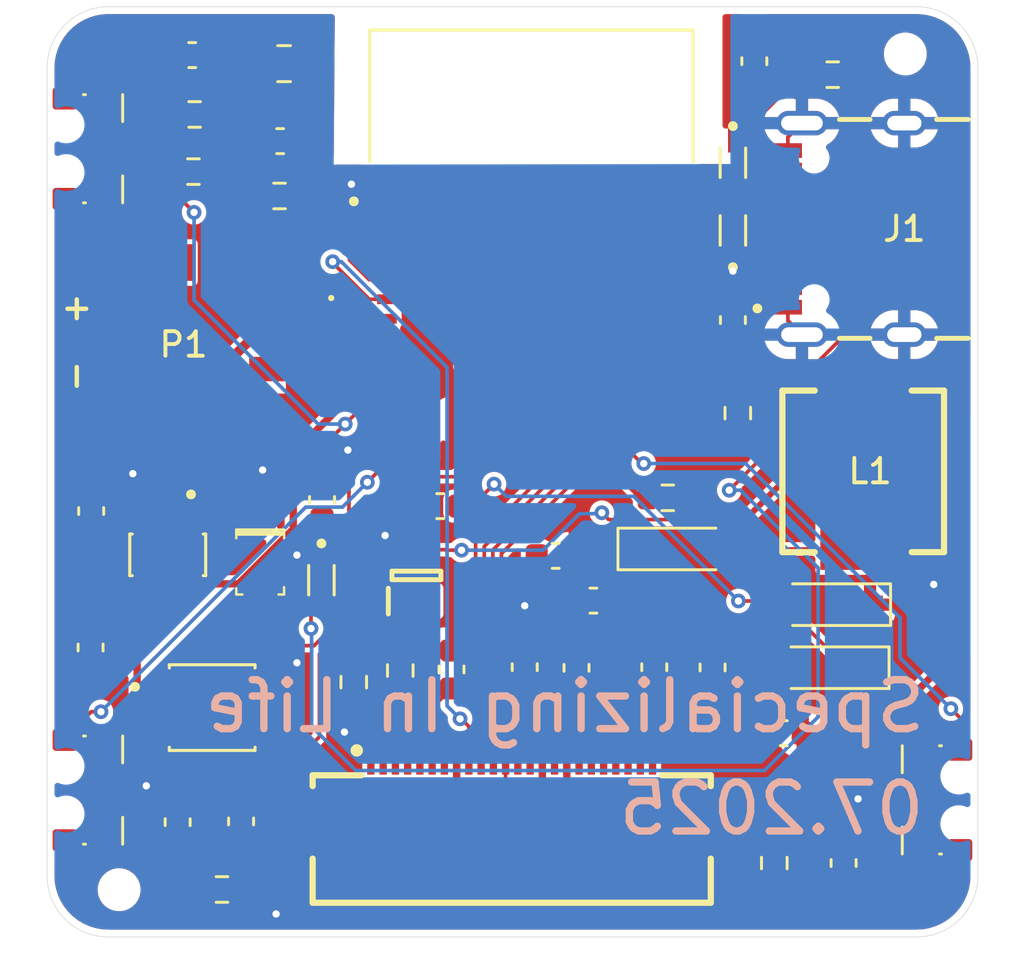
<source format=kicad_pcb>
(kicad_pcb (version 20241229) (generator "pcbnew") (generator_version "9.0")
  (layers (0 "F.Cu" signal) (2 "B.Cu" signal) (13 "F.Paste" user) (15 "B.Paste" user) (5 "F.SilkS" user "F.Silkscreen") (7 "B.SilkS" user "B.Silkscreen") (1 "F.Mask" user) (3 "B.Mask" user) (25 "Edge.Cuts" user))
  (net 0 "")
  (net 1 "GND")
  (net 2 "CHIP_PU")
  (net 3 "D-")
  (net 4 "D+")
  (net 5 "VCC_3V7")
  (net 6 "ESP_3V3")
  (net 7 "GPIO9")
  (net 8 "GPIO1")
  (net 9 "Net-(C12-Pad2)")
  (net 10 "Net-(C14-Pad2)")
  (net 11 "Net-(C15-Pad2)")
  (net 12 "Net-(C16-Pad2)")
  (net 13 "Net-(C17-Pad2)")
  (net 14 "PREVGL")
  (net 15 "Net-(C20-Pad2)")
  (net 16 "Net-(C20-Pad1)")
  (net 17 "PREVGH")
  (net 18 "Net-(D1-PadA)")
  (net 19 "RGB")
  (net 22 "Net-(J1-CC2)")
  (net 24 "Net-(J1-CC1)")
  (net 25 "GDR")
  (net 26 "SDI")
  (net 27 "BUSY")
  (net 28 "RES")
  (net 29 "CS")
  (net 30 "D{slash}C")
  (net 31 "SCLK")
  (net 32 "RESE")
  (net 33 "Net-(U1-IO2)")
  (net 34 "Net-(U1-IO8)")
  (footprint "Resistor_SMD:R_0603_1608Metric" (layer "F.Cu") (at 117.14 98.06)
    (property "Reference" "R7" (hide yes))
    (property "Value" "1k")
  )
  (footprint "Capacitor_SMD:C_0603_1608Metric" (layer "F.Cu") (at 130.765 84.43 180)
    (property "Reference" "C14" (hide yes))
    (property "Value" "1uF/25V")
  )
  (footprint "LESD5D5.0CT1G:TVS_LESD5D5.0CT1G" (layer "F.Cu") (at 138 71.14 90)
    (property "Reference" "D3" (hide yes))
    (property "Value" "LESD5D5.0CT1G")
  )
  (footprint "Capacitor_SMD:C_0603_1608Metric" (layer "F.Cu") (at 115.925 63.975)
    (property "Reference" "C1" (hide yes))
    (property "Value" "1uF/16V")
  )
  (footprint "Resistor_SMD:R_0603_1608Metric" (layer "F.Cu") (at 122.52 89.59 90)
    (property "Reference" "R10" (hide yes))
    (property "Value" "1M")
  )
  (footprint "Capacitor_SMD:C_0603_1608Metric" (layer "F.Cu") (at 134.79 88.98 -90)
    (property "Reference" "C16" (hide yes))
    (property "Value" "1uF/25V")
  )
  (footprint "AP2112K-3.3TRG1:SOT95P285X140-5N" (layer "F.Cu") (at 114.925 84.39 -90)
    (property "Reference" "U3" (hide yes))
    (property "Value" "AP2112K-3.3TRG1")
  )
  (footprint "Capacitor_SMD:C_0603_1608Metric" (layer "F.Cu") (at 111.8 82.6 90)
    (property "Reference" "C6" (hide yes))
    (property "Value" "1uF")
  )
  (footprint "Capacitor_SMD:C_0603_1608Metric" (layer "F.Cu") (at 140.075 91.675 180)
    (property "Reference" "C17" (hide yes))
    (property "Value" "1uF/25V")
  )
  (footprint "Resistor_SMD:R_0603_1608Metric" (layer "F.Cu") (at 142.075 64.775)
    (property "Reference" "R2" (hide yes))
    (property "Value" "5.1K")
  )
  (footprint "ESP32-C3-MINI-1-N4:XCVR_ESP32-C3-MINI-1-N4" (layer "F.Cu") (at 129.775 71.25)
    (property "Reference" "U1" (hide yes))
    (property "Value" "ESP32-C3-MINI-1-N4")
  )
  (footprint "Library:Tooling Hole" (layer "F.Cu") (at 112.94 98.07)
    (property "Reference" "REF**" (hide yes))
    (property "Value" "Tooling Hole")
  )
  (footprint "MBR0530:SOD123" (layer "F.Cu") (at 141.775 89 180)
    (property "Reference" "D8" (hide yes))
    (property "Value" "MBR0530")
  )
  (footprint "Resistor_SMD:R_0603_1608Metric" (layer "F.Cu") (at 138.2 78.6 -90)
    (property "Reference" "R3" (hide yes))
    (property "Value" "5.1K")
  )
  (footprint "Capacitor_SMD:C_0805_2012Metric" (layer "F.Cu") (at 119.675 64.325 180)
    (property "Reference" "C23" (hide yes))
    (property "Value" "10uF/25V")
  )
  (footprint "Capacitor_SMD:C_0603_1608Metric" (layer "F.Cu") (at 129.5 88.98 -90)
    (property "Reference" "C13" (hide yes))
    (property "Value" "1uF/25V")
  )
  (footprint "Library:Tooling Hole" (layer "F.Cu") (at 145.04 63.93)
    (property "Reference" "REF**" (hide yes))
    (property "Value" "Tooling Hole")
  )
  (footprint "Capacitor_SMD:C_0603_1608Metric" (layer "F.Cu") (at 137.17 88.99 -90)
    (property "Reference" "C18" (hide yes))
    (property "Value" "1uF/25V")
  )
  (footprint "Capacitor_SMD:C_0603_1608Metric" (layer "F.Cu") (at 138 74.8 90)
    (property "Reference" "C4" (hide yes))
    (property "Value" "22pF")
  )
  (footprint "SK6812MINI-012:LED_SK6812MINI-012" (layer "F.Cu") (at 116.74 90.63)
    (property "Reference" "D6" (hide yes))
    (property "Value" "SK6812MINI-012")
  )
  (footprint "Button_Switch_SMD:SW_SPST_CK_KMS2xxGP" (layer "F.Cu") (at 146.475 94.4 90)
    (property "Reference" "SW2" (hide yes))
    (property "Value" "CK_KMS2xxG")
  )
  (footprint "MBR0530:SOD123" (layer "F.Cu") (at 141.8374 86.425 180)
    (property "Reference" "D7" (hide yes))
    (property "Value" "MBR0530")
  )
  (footprint "Capacitor_SMD:C_0603_1608Metric" (layer "F.Cu") (at 126.05 82.4 180)
    (property "Reference" "C20" (hide yes))
    (property "Value" "4.7uF/25V")
  )
  (footprint "Capacitor_SMD:C_0603_1608Metric" (layer "F.Cu") (at 138.875 64.225 90)
    (property "Reference" "C5" (hide yes))
    (property "Value" "22pF")
  )
  (footprint "USB4105-GF-A:GCT_USB4105-GF-A" (layer "F.Cu") (at 145 71.075 90)
    (property "Reference" "J1")
    (property "Value" "USB4105-GF-A")
  )
  (footprint "Resistor_SMD:R_0603_1608Metric" (layer "F.Cu") (at 139.69 96.98 -90)
    (property "Reference" "R5" (hide yes))
    (property "Value" "10k")
  )
  (footprint "Capacitor_SMD:C_0603_1608Metric" (layer "F.Cu") (at 126.51 89.075 -90)
    (property "Reference" "C12" (hide yes))
    (property "Value" "1uF/25V")
  )
  (footprint "S2B-PH-SM4-TB:JST_S2B-PH-SM4-TB" (layer "F.Cu") (at 120 75.8 90)
    (property "Reference" "P1")
    (property "Value" "S2B-PH-SM4-TB")
  )
  (footprint "Libraries:FPC-SMD_24P-P0.50_FPC-05F-24PH20" (layer "F.Cu") (at 128.97 94.03)
    (property "Reference" "FPC1" (hide yes))
    (property "Value" "~")
  )
  (footprint "Capacitor_SMD:C_0603_1608Metric" (layer "F.Cu") (at 142.52 96.98 90)
    (property "Reference" "C8" (hide yes))
    (property "Value" "0.1uF")
  )
  (footprint "Resistor_SMD:R_0603_1608Metric" (layer "F.Cu") (at 115.975 68.735 180)
    (property "Reference" "R6" (hide yes))
    (property "Value" "10k")
  )
  (footprint "Capacitor_SMD:C_0603_1608Metric" (layer "F.Cu") (at 117.92 95.28 90)
    (property "Reference" "C19" (hide yes))
    (property "Value" "4.7uF/25V")
  )
  (footprint "Libraries:IND-SMD_L7.2-W6.6_GPSR07X0" (layer "F.Cu") (at 143.32 80.98 -90)
    (property "Reference" "L1")
    (property "Value" "47uH 500mA")
  )
  (footprint "Capacitor_SMD:C_0603_1608Metric" (layer "F.Cu") (at 132.305 86.26 180)
    (property "Reference" "C21" (hide yes))
    (property "Value" "1uF/25V")
  )
  (footprint "Resistor_SMD:R_0603_1608Metric" (layer "F.Cu") (at 116.025 66.4 180)
    (property "Reference" "R1" (hide yes))
    (property "Value" "10k")
  )
  (footprint "LESD5D5.0CT1G:TVS_LESD5D5.0CT1G" (layer "F.Cu") (at 138 68.375 -90)
    (property "Reference" "D4" (hide yes))
    (property "Value" "LESD5D5.0CT1G" (hide yes))
  )
  (footprint "MBR0530:SOD123" (layer "F.Cu") (at 135.906975 84.15)
    (property "Reference" "D9" (hide yes))
    (property "Value" "MBR0530")
  )
  (footprint "Capacitor_SMD:C_0603_1608Metric" (layer "F.Cu") (at 111.775 88.175 90)
    (property "Reference" "C7" (hide yes))
    (property "Value" "1uF")
  )
  (footprint "Button_Switch_SMD:SW_SPST_CK_KMS2xxGP" (layer "F.Cu") (at 111.525 67.8 -90)
    (property "Reference" "SW1" (hide yes))
    (property "Value" "CK_KMS2xxG")
  )
  (footprint "SI1308EDL-T1-GE3:SOT65P210X110-3N" (layer "F.Cu") (at 125.08 85.23 90)
    (property "Reference" "Q1" (hide yes))
    (property "Value" "SI1308EDL-T1-GE3")
  )
  (footprint "Capacitor_SMD:C_0603_1608Metric" (layer "F.Cu") (at 131.615 89.005 -90)
    (property "Reference" "C15" (hide yes))
    (property "Value" "1uF/25V")
  )
  (footprint "Capacitor_SMD:C_0603_1608Metric" (layer "F.Cu") (at 119.515 67.49 180)
    (property "Reference" "C22" (hide yes))
    (property "Value" "0.1uF/50V")
  )
  (footprint "Capacitor_SMD:C_0603_1608Metric" (layer "F.Cu") (at 121.225 82.15 -90)
    (property "Reference" "C9" (hide yes))
    (property "Value" "0.1uF")
  )
  (footprint "Resistor_SMD:R_0603_1608Metric" (layer "F.Cu") (at 119.49 69.73 180)
    (property "Reference" "R11" (hide yes))
    (property "Value" "10k")
  )
  (footprint "Capacitor_SMD:C_0603_1608Metric" (layer "F.Cu") (at 115.33 95.31 -90)
    (property "Reference" "C11" (hide yes))
    (property "Value" "0.1uF")
  )
  (footprint "Button_Switch_SMD:SW_SPST_CK_KMS2xxGP" (layer "F.Cu") (at 111.525 94 -90)
    (property "Reference" "SW3" (hide yes))
    (property "Value" "CK_KMS2xxG")
  )
  (footprint "digikey-footprints:SOD-123" (layer "F.Cu") (at 118.7 84.685 -90)
    (property "Reference" "D1" (hide yes))
    (property "Value" "1N5819HW-7-F")
  )
  (footprint "Resistor_SMD:R_0603_1608Metric" (layer "F.Cu") (at 124.42 89.115 90)
    (property "Reference" "R9" (hide yes))
    (property "Value" "1.96")
  )
  (footprint "Resistor_SMD:R_0603_1608Metric" (layer "F.Cu") (at 135.34 82.06 180)
    (property "Reference" "R12" (hide yes))
    (property "Value" "10k")
  )
  (footprint "LESD5D5.0CT1G:TVS_LESD5D5.0CT1G" (layer "F.Cu") (at 121.2 85.425 -90)
    (property "Reference" "D2" (hide yes))
    (property "Value" "LESD5D5.0CT1G")
  )
  (gr_line (start 110 97.5) (end 110 64.5) (stroke (width 0.0254)) (layer "Edge.Cuts"))
  (gr_line (start 112.5 62) (end 145.5 62) (stroke (width 0.0254)) (layer "Edge.Cuts"))
  (gr_line (start 145.5 100) (end 112.5 100) (stroke (width 0.0254)) (layer "Edge.Cuts"))
  (gr_arc (start 148 97.5) (mid 147.267767 99.267767) (end 145.5 100) (stroke (width 0.0254)) (layer "Edge.Cuts"))
  (gr_arc (start 145.5 62) (mid 147.267767 62.732233) (end 148 64.5) (stroke (width 0.0254)) (layer "Edge.Cuts"))
  (gr_line (start 148 64.5) (end 148 97.5) (stroke (width 0.0254)) (layer "Edge.Cuts"))
  (gr_arc (start 112.5 100) (mid 110.732233 99.267767) (end 110 97.5) (stroke (width 0.0254)) (layer "Edge.Cuts"))
  (gr_arc (start 110 64.5) (mid 110.732233 62.732233) (end 112.5 62) (stroke (width 0.0254)) (layer "Edge.Cuts"))
  (gr_text "+  -\n" (at 110.7 73.6 270) (layer "F.SilkS") (effects (font (size 1 1) (thickness 0.18) (bold yes)) (justify left bottom)))
  (gr_text "Specializing In Life" (at 146 91.75 0) (layer "B.SilkS") (effects (font (size 2 2) (thickness 0.3)) (justify left bottom mirror)))
  (gr_text "07.2025" (at 145.97 95.93 0) (layer "B.SilkS") (effects (font (size 2 2) (thickness 0.3)) (justify left bottom mirror)))
  (segment (start 140.245 74.82) (end 140.82 75.395) (width 0.15) (layer "F.Cu") (net 1))
  (segment (start 140.245 67.33) (end 140.82 66.755) (width 0.15) (layer "F.Cu") (net 1))
  (segment (start 140.245 67.875) (end 140.245 67.33) (width 0.15) (layer "F.Cu") (net 1))
  (segment (start 140.245 74.275) (end 140.245 74.82) (width 0.15) (layer "F.Cu") (net 1))
  (via (at 120.2 88.8) (size 0.6) (drill 0.3) (layers "F.Cu" "B.Cu") (net 1))
  (via (at 138 72.8) (size 0.6) (drill 0.3) (layers "F.Cu" "B.Cu") (net 1))
  (via (at 146.2 85.6) (size 0.6) (drill 0.3) (layers "F.Cu" "B.Cu") (net 1))
  (via (at 122.28 80.11) (size 0.6) (drill 0.3) (layers "F.Cu" "B.Cu") (net 1))
  (via (at 122.425 69.25) (size 0.6) (drill 0.3) (layers "F.Cu" "B.Cu") (net 1))
  (via (at 143.11 94.36) (size 0.6) (drill 0.3) (layers "F.Cu" "B.Cu") (net 1))
  (via (at 129.5 86.47) (size 0.6) (drill 0.3) (layers "F.Cu" "B.Cu") (net 1))
  (via (at 113.5 81.075) (size 0.6) (drill 0.3) (layers "F.Cu" "B.Cu") (net 1))
  (via (at 119.35 99.06) (size 0.6) (drill 0.3) (layers "F.Cu" "B.Cu") (net 1))
  (via (at 122.14 91.63) (size 0.6) (drill 0.3) (layers "F.Cu" "B.Cu") (net 1))
  (via (at 118.8 80.925) (size 0.6) (drill 0.3) (layers "F.Cu" "B.Cu") (net 1))
  (via (at 120.2 84.4) (size 0.6) (drill 0.3) (layers "F.Cu" "B.Cu") (net 1))
  (via (at 123.8 83.6) (size 0.6) (drill 0.3) (layers "F.Cu" "B.Cu") (net 1))
  (via (at 114.05 93.825) (size 0.6) (drill 0.3) (layers "F.Cu" "B.Cu") (net 1))
  (segment (start 112.475 63.975) (end 115.15 63.975) (width 0.15) (layer "F.Cu") (net 2))
  (segment (start 123.175 75.55) (end 123.875 75.55) (width 0.15) (layer "F.Cu") (net 2))
  (segment (start 111.524 66.238984) (end 111.524 66.224) (width 0.15) (layer "F.Cu") (net 2))
  (segment (start 111.524 66.224) (end 111.05 65.75) (width 0.15) (layer "F.Cu") (net 2))
  (segment (start 111.524 69.376) (end 111.524 69.361016) (width 0.15) (layer "F.Cu") (net 2))
  (segment (start 110.7 69.85) (end 111.05 69.85) (width 0.15) (layer "F.Cu") (net 2))
  (segment (start 111.776 69.124) (end 111.9 69) (width 0.15) (layer "F.Cu") (net 2))
  (segment (start 111.524 69.361016) (end 111.761016 69.124) (width 0.15) (layer "F.Cu") (net 2))
  (segment (start 111.9 69) (end 111.9 66.6) (width 0.15) (layer "F.Cu") (net 2))
  (segment (start 115.2 66.4) (end 115.2 68.685) (width 0.15) (layer "F.Cu") (net 2))
  (segment (start 115.2 68.685) (end 115.15 68.735) (width 0.15) (layer "F.Cu") (net 2))
  (segment (start 111.761016 66.476) (end 111.524 66.238984) (width 0.15) (layer "F.Cu") (net 2))
  (segment (start 115.2 66.4) (end 115.2 64.025) (width 0.15) (layer "F.Cu") (net 2))
  (segment (start 110.7 65.75) (end 112.475 63.975) (width 0.15) (layer "F.Cu") (net 2))
  (segment (start 122.17212 79.04712) (end 121.225 79.99424) (width 0.15) (layer "F.Cu") (net 2))
  (segment (start 122.17212 79.04712) (end 122.801 78.41824) (width 0.15) (layer "F.Cu") (net 2))
  (segment (start 111.776 66.476) (end 111.761016 66.476) (width 0.15) (layer "F.Cu") (net 2))
  (segment (start 122.801 75.924) (end 123.175 75.55) (width 0.15) (layer "F.Cu") (net 2))
  (segment (start 111.9 66.6) (end 111.776 66.476) (width 0.15) (layer "F.Cu") (net 2))
  (segment (start 115.15 68.735) (end 115.15 69.55) (width 0.15) (layer "F.Cu") (net 2))
  (segment (start 122.801 78.41824) (end 122.801 75.924) (width 0.15) (layer "F.Cu") (net 2))
  (segment (start 121.225 79.99424) (end 121.225 81.375) (width 0.15) (layer "F.Cu") (net 2))
  (segment (start 115.2 64.025) (end 115.15 63.975) (width 0.15) (layer "F.Cu") (net 2))
  (segment (start 111.05 65.75) (end 110.7 65.75) (width 0.15) (layer "F.Cu") (net 2))
  (segment (start 111.761016 69.124) (end 111.776 69.124) (width 0.15) (layer "F.Cu") (net 2))
  (segment (start 111.05 69.85) (end 111.524 69.376) (width 0.15) (layer "F.Cu") (net 2))
  (segment (start 115.15 69.55) (end 116 70.4) (width 0.15) (layer "F.Cu") (net 2))
  (via (at 116 70.4) (size 0.6) (drill 0.3) (layers "F.Cu" "B.Cu") (net 2))
  (via (at 122.17212 79.04712) (size 0.6) (drill 0.3) (layers "F.Cu" "B.Cu") (net 2))
  (segment (start 121.064489 79.04712) (end 116 73.982631) (width 0.15) (layer "B.Cu") (net 2))
  (segment (start 116 73.982631) (end 116 70.4) (width 0.15) (layer "B.Cu") (net 2))
  (segment (start 122.17212 79.04712) (end 121.064489 79.04712) (width 0.15) (layer "B.Cu") (net 2))
  (segment (start 138 70.48) (end 138.96 71.44) (width 0.15) (layer "F.Cu") (net 3))
  (segment (start 137.101 71.379) (end 138 70.48) (width 0.15) (layer "F.Cu") (net 3))
  (segment (start 137.1 76.825) (end 137.1 75.773388) (width 0.15) (layer "F.Cu") (net 3))
  (segment (start 140.245 70.825) (end 139.82 70.825) (width 0.2) (layer "F.Cu") (net 3))
  (segment (start 138 75.575) (end 138 75.375) (width 0.15) (layer "F.Cu") (net 3))
  (segment (start 138.96 71.44) (end 139.345 71.825) (width 0.15) (layer "F.Cu") (net 3))
  (segment (start 139.345 71.825) (end 140.245 71.825) (width 0.15) (layer "F.Cu") (net 3))
  (segment (start 139.2225 71.7025) (end 139.2225 71.1775) (width 0.15) (layer "F.Cu") (net 3))
  (segment (start 137.101 75.772388) (end 137.101 71.379) (width 0.15) (layer "F.Cu") (net 3))
  (segment (start 137.1 75.773388) (end 137.101 75.772388) (width 0.15) (layer "F.Cu") (net 3))
  (segment (start 138.8 74.775) (end 138.8 71.28) (width 0.15) (layer "F.Cu") (net 3))
  (segment (start 138 75.575) (end 138.8 74.775) (width 0.15) (layer "F.Cu") (net 3))
  (segment (start 139.2225 71.1775) (end 139.575 70.825) (width 0.15) (layer "F.Cu") (net 3))
  (segment (start 136.775 77.15) (end 137.1 76.825) (width 0.15) (layer "F.Cu") (net 3))
  (segment (start 139.82 70.825) (end 139.795 70.8) (width 0.2) (layer "F.Cu") (net 3))
  (segment (start 139.575 70.825) (end 140.245 70.825) (width 0.15) (layer "F.Cu") (net 3))
  (segment (start 135.675 77.15) (end 136.775 77.15) (width 0.15) (layer "F.Cu") (net 3))
  (segment (start 136.375 76.35) (end 135.675 76.35) (width 0.15) (layer "F.Cu") (net 4))
  (segment (start 140.245 70.325) (end 139.82 70.325) (width 0.2) (layer "F.Cu") (net 4))
  (segment (start 136.75 75.975) (end 136.375 76.35) (width 0.15) (layer "F.Cu") (net 4))
  (segment (start 141.375 71.125) (end 141.175 71.325) (width 0.15) (layer "F.Cu") (net 4))
  (segment (start 141.022 70.325) (end 141.375 70.678) (width 0.15) (layer "F.Cu") (net 4))
  (segment (start 138.67 69.705) (end 139.29 70.325) (width 0.15) (layer "F.Cu") (net 4))
  (segment (start 141.175 71.325) (end 140.245 71.325) (width 0.15) (layer "F.Cu") (net 4))
  (segment (start 141.375 70.678) (end 141.375 71.125) (width 0.15) (layer "F.Cu") (net 4))
  (segment (start 136.75 70.285) (end 138 69.035) (width 0.15) (layer "F.Cu") (net 4))
  (segment (start 139.29 70.325) (end 140.245 70.325) (width 0.15) (layer "F.Cu") (net 4))
  (segment (start 138 69.035) (end 138.67 69.705) (width 0.15) (layer "F.Cu") (net 4))
  (segment (start 140.245 70.325) (end 141.022 70.325) (width 0.15) (layer "F.Cu") (net 4))
  (segment (start 139.82 70.325) (end 139.795 70.35) (width 0.2) (layer "F.Cu") (net 4))
  (segment (start 138.849 65.026) (end 138.875 65) (width 0.15) (layer "F.Cu") (net 4))
  (segment (start 136.75 70.285) (end 136.75 75.975) (width 0.15) (layer "F.Cu") (net 4))
  (segment (start 138.849 69.884) (end 138.849 65.026) (width 0.15) (layer "F.Cu") (net 4))
  (segment (start 119.098 74.8) (end 117.4 76.498) (width 0.4) (layer "F.Cu") (net 5))
  (segment (start 115.875 83.205) (end 115.98 83.1) (width 0.4) (layer "F.Cu") (net 5))
  (segment (start 113.975 83.205) (end 113.975 82.325) (width 0.4) (layer "F.Cu") (net 5))
  (segment (start 111.8 83.375) (end 113.805 83.375) (width 0.4) (layer "F.Cu") (net 5))
  (segment (start 115.3 81.7) (end 115.875 82.275) (width 0.4) (layer "F.Cu") (net 5))
  (segment (start 116 83.1) (end 117.4 81.7) (width 0.4) (layer "F.Cu") (net 5))
  (segment (start 120 74.8) (end 119.098 74.8) (width 0.25) (layer "F.Cu") (net 5))
  (segment (start 115.98 83.1) (end 116 83.1) (width 0.4) (layer "F.Cu") (net 5))
  (segment (start 115.875 82.275) (end 115.875 83.205) (width 0.4) (layer "F.Cu") (net 5))
  (segment (start 118.61 83.11) (end 117.4 81.9) (width 0.4) (layer "F.Cu") (net 5))
  (segment (start 118.7 83.11) (end 118.61 83.11) (width 0.4) (layer "F.Cu") (net 5))
  (segment (start 113.975 82.325) (end 114.6 81.7) (width 0.4) (layer "F.Cu") (net 5))
  (segment (start 113.805 83.375) (end 113.975 83.205) (width 0.4) (layer "F.Cu") (net 5))
  (segment (start 114.6 81.7) (end 115.3 81.7) (width 0.4) (layer "F.Cu") (net 5))
  (segment (start 117.4 76.498) (end 117.4 81.9) (width 0.4) (layer "F.Cu") (net 5))
  (segment (start 120.185 98.06) (end 117.965 98.06) (width 0.3) (layer "F.Cu") (net 6))
  (segment (start 117.92 96.055) (end 116.57 94.705) (width 0.3) (layer "F.Cu") (net 6))
  (segment (start 130.22 97.58) (end 130.22 92.7425) (width 0.3) (layer "F.Cu") (net 6))
  (segment (start 116.8 68.735) (end 116.8 66.45) (width 0.3) (layer "F.Cu") (net 6))
  (segment (start 143 77.75) (end 146 77.75) (width 0.3) (layer "F.Cu") (net 6))
  (segment (start 138.265 97.58) (end 139.69 96.155) (width 0.3) (layer "F.Cu") (net 6))
  (segment (start 130.22 92.7425) (end 130.72 92.7425) (width 0.3) (layer "F.Cu") (net 6))
  (segment (start 113.675 87.775) (end 113.675 89.02) (width 0.3) (layer "F.Cu") (net 6))
  (segment (start 111.775 88.95) (end 113.605 88.95) (width 0.3) (layer "F.Cu") (net 6))
  (segment (start 123.875 71.55) (end 122.975 71.55) (width 0.3) (layer "F.Cu") (net 6))
  (segment (start 113.605 88.95) (end 113.675 89.02) (width 0.3) (layer "F.Cu") (net 6))
  (segment (start 120.33 67.49) (end 120.29 67.49) (width 0.3) (layer "F.Cu") (net 6))
  (segment (start 139.69 95.78) (end 139.69 96.155) (width 0.3) (layer "F.Cu") (net 6))
  (segment (start 116.8 68.735) (end 117.065 68.735) (width 0.25) (layer "F.Cu") (net 6))
  (segment (start 117.965 96.1) (end 117.92 96.055) (width 0.3) (layer "F.Cu") (net 6))
  (segment (start 122.3 78) (end 122.3 73.975) (width 0.3) (layer "F.Cu") (net 6))
  (segment (start 120.29 67.49) (end 120.68 67.1) (width 0.3) (layer "F.Cu") (net 6))
  (segment (start 130.22 97.58) (end 138.265 97.58) (width 0.3) (layer "F.Cu") (net 6))
  (segment (start 113.675 89.02) (end 113.675 90.4) (width 0.3) (layer "F.Cu") (net 6))
  (segment (start 115.875 85.575) (end 117.812 85.575) (width 0.3) (layer "F.Cu") (net 6))
  (segment (start 116.57 92.21) (end 115.69 91.33) (width 0.3) (layer "F.Cu") (net 6))
  (segment (start 122.975 71.55) (end 121.35 69.925) (width 0.3) (layer "F.Cu") (net 6))
  (segment (start 130.22 97.58) (end 129.425 98.375) (width 0.3) (layer "F.Cu") (net 6))
  (segment (start 130.22 91.34) (end 130.22 92.7425) (width 0.3) (layer "F.Cu") (net 6))
  (segment (start 115.69 91.33) (end 114.605 91.33) (width 0.3) (layer "F.Cu") (net 6))
  (segment (start 129.5 89.755) (end 129.5 90.62) (width 0.3) (layer "F.Cu") (net 6))
  (segment (start 116.57 94.705) (end 116.57 92.21) (width 0.3) (layer "F.Cu") (net 6))
  (segment (start 120.5 98.375) (end 120.185 98.06) (width 0.3) (layer "F.Cu") (net 6))
  (segment (start 118.665 70.34) (end 118.665 69.73) (width 0.3) (layer "F.Cu") (net 6))
  (segment (start 118.835 68.735) (end 116.8 68.735) (width 0.3) (layer "F.Cu") (net 6))
  (segment (start 138.6 82.85) (end 137.115 82.85) (width 0.25) (layer "F.Cu") (net 6))
  (segment (start 114.605 91.33) (end 113.675 90.4) (width 0.3) (layer "F.Cu") (net 6))
  (segment (start 117.965 98.06) (end 117.965 96.1) (width 0.3) (layer "F.Cu") (net 6))
  (segment (start 115.875 85.575) (end 113.675 87.775) (width 0.3) (layer "F.Cu") (net 6))
  (segment (start 120.085 67.49) (end 120.29 67.49) (width 0.3) (layer "F.Cu") (net 6))
  (segment (start 136.325 82.06) (end 136.165 82.06) (width 0.25) (layer "F.Cu") (net 6))
  (segment (start 118.835 68.735) (end 118.84 68.735) (width 0.3) (layer "F.Cu") (net 6))
  (segment (start 137.115 82.85) (end 136.325 82.06) (width 0.25) (layer "F.Cu") (net 6))
  (segment (start 118.84 68.735) (end 120.085 67.49) (width 0.3) (layer "F.Cu") (net 6))
  (segment (start 120.68 64.38) (end 120.625 64.325) (width 0.3) (layer "F.Cu") (net 6))
  (segment (start 121.35 69.925) (end 121.35 68.51) (width 0.3) (layer "F.Cu") (net 6))
  (segment (start 118.665 69.73) (end 118.665 68.905) (width 0.3) (layer "F.Cu") (net 6))
  (segment (start 117.812 85.575) (end 120.05 83.337) (width 0.3) (layer "F.Cu") (net 6))
  (segment (start 116.8 66.45) (end 116.85 66.4) (width 0.25) (layer "F.Cu") (net 6))
  (segment (start 120.05 80.25) (end 122.3 78) (width 0.3) (layer "F.Cu") (net 6))
  (segment (start 147.15 88.32) (end 139.69 95.78) (width 0.3) (layer "F.Cu") (net 6))
  (segment (start 122.3 73.975) (end 118.665 70.34) (width 0.3) (layer "F.Cu") (net 6))
  (segment (start 118.665 68.905) (end 118.835 68.735) (width 0.3) (layer "F.Cu") (net 6))
  (segment (start 147.15 78.9) (end 147.15 88.32) (width 0.3) (layer "F.Cu") (net 6))
  (segment (start 143.32 78.13) (end 138.6 82.85) (width 0.25) (layer "F.Cu") (net 6))
  (segment (start 129.5 90.62) (end 130.22 91.34) (width 0.3) (layer "F.Cu") (net 6))
  (segment (start 120.05 83.337) (end 120.05 80.25) (width 0.3) (layer "F.Cu") (net 6))
  (segment (start 121.35 68.51) (end 120.33 67.49) (width 0.3) (layer "F.Cu") (net 6))
  (segment (start 120.68 67.1) (end 120.68 64.38) (width 0.3) (layer "F.Cu") (net 6))
  (segment (start 146 77.75) (end 147.15 78.9) (width 0.3) (layer "F.Cu") (net 6))
  (segment (start 129.425 98.375) (end 120.5 98.375) (width 0.3) (layer "F.Cu") (net 6))
  (segment (start 147.5 96.45) (end 147.15 96.45) (width 0.15) (layer "F.Cu") (net 7))
  (segment (start 147.05 90.8) (end 146.925 90.675) (width 0.15) (layer "F.Cu") (net 7))
  (segment (start 142.52 97.755) (end 145.97 97.755) (width 0.15) (layer "F.Cu") (net 7))
  (segment (start 142.47 97.805) (end 142.52 97.755) (width 0.15) (layer "F.Cu") (net 7))
  (segment (start 133.8 78.875) (end 133.775 78.85) (width 0.15) (layer "F.Cu") (net 7))
  (segment (start 146.3 93.1) (end 147.05 92.35) (width 0.15) (layer "F.Cu") (net 7))
  (segment (start 146.3 95.735016) (end 146.3 93.1) (width 0.15) (layer "F.Cu") (net 7))
  (segment (start 146.925 90.675) (end 146.9 90.675) (width 0.15) (layer "F.Cu") (net 7))
  (segment (start 145.97 97.755) (end 147.275 96.45) (width 0.15) (layer "F.Cu") (net 7))
  (segment (start 147.05 92.35) (end 147.35 92.35) (width 0.15) (layer "F.Cu") (net 7))
  (segment (start 133.8 80.175) (end 133.8 78.875) (width 0.15) (layer "F.Cu") (net 7))
  (segment (start 147.35 96.45) (end 147.014984 96.45) (width 0.15) (layer "F.Cu") (net 7))
  (segment (start 147.014984 96.45) (end 146.3 95.735016) (width 0.15) (layer "F.Cu") (net 7))
  (segment (start 147.35 96.6) (end 147.35 96.45) (width 0.15) (layer "F.Cu") (net 7))
  (segment (start 134.285 80.66) (end 133.8 80.175) (width 0.15) (layer "F.Cu") (net 7))
  (segment (start 147.35 91.125) (end 146.9 90.675) (width 0.15) (layer "F.Cu") (net 7))
  (segment (start 147.35 92.35) (end 147.35 91.125) (width 0.15) (layer "F.Cu") (net 7))
  (segment (start 134.36 80.66) (end 134.285 80.66) (width 0.15) (layer "F.Cu") (net 7))
  (segment (start 147.20343 92.35) (end 147.5 92.35) (width 0.15) (layer "F.Cu") (net 7))
  (segment (start 139.69 97.805) (end 142.47 97.805) (width 0.15) (layer "F.Cu") (net 7))
  (via (at 134.36 80.66) (size 0.6) (drill 0.3) (layers "F.Cu" "B.Cu") (net 7))
  (via (at 146.9 90.675) (size 0.6) (drill 0.3) (layers "F.Cu" "B.Cu") (net 7))
  (segment (start 144.825 88.6) (end 146.9 90.675) (width 0.15) (layer "B.Cu") (net 7))
  (segment (start 134.36 80.66) (end 138.52 80.66) (width 0.15) (layer "B.Cu") (net 7))
  (segment (start 144.825 86.965) (end 144.825 88.6) (width 0.15) (layer "B.Cu") (net 7))
  (segment (start 138.52 80.66) (end 144.825 86.965) (width 0.15) (layer "B.Cu") (net 7))
  (segment (start 113.9 96.08) (end 113.9 96.51) (width 0.15) (layer "F.Cu") (net 8))
  (segment (start 113.9 95.965) (end 115.33 94.535) (width 0.15) (layer "F.Cu") (net 8))
  (segment (start 113.9 96.08) (end 113.01 95.19) (width 0.15) (layer "F.Cu") (net 8))
  (segment (start 125.775 80.425) (end 125.775 78.85) (width 0.15) (layer "F.Cu") (net 8))
  (segment (start 111.79 95.19) (end 111.7 95.1) (width 0.15) (layer "F.Cu") (net 8))
  (segment (start 125.351 80.849) (end 125.775 80.425) (width 0.15) (layer "F.Cu") (net 8))
  (segment (start 111.7 95.1) (end 111.7 95.3) (width 0.15) (layer "F.Cu") (net 8))
  (segment (start 110.7 96.05) (end 110.7 96.1) (width 0.15) (layer "F.Cu") (net 8))
  (segment (start 123.651 80.849) (end 125.351 80.849) (width 0.15) (layer "F.Cu") (net 8))
  (segment (start 110.985016 96.05) (end 110.65 96.05) (width 0.15) (layer "F.Cu") (net 8))
  (segment (start 112.2 90.8) (end 111.8 90.8) (width 0.15) (layer "F.Cu") (net 8))
  (segment (start 113.9 96.51) (end 115.45 98.06) (width 0.15) (layer "F.Cu") (net 8))
  (segment (start 123.075 81.425) (end 123.651 80.849) (width 0.15) (layer "F.Cu") (net 8))
  (segment (start 110.95 91.95) (end 111.7 92.7) (width 0.15) (layer "F.Cu") (net 8))
  (segment (start 110.65 91.95) (end 110.92157 91.95) (width 0.15) (layer "F.Cu") (net 8))
  (segment (start 113.01 95.19) (end 111.79 95.19) (width 0.15) (layer "F.Cu") (net 8))
  (segment (start 111.7 95.3) (end 110.95 96.05) (width 0.15) (layer "F.Cu") (net 8))
  (segment (start 115.45 98.06) (end 116.315 98.06) (width 0.15) (layer "F.Cu") (net 8))
  (segment (start 113.9 96.08) (end 113.9 95.965) (width 0.15) (layer "F.Cu") (net 8))
  (segment (start 111.7 92.7) (end 111.7 95.1) (width 0.15) (layer "F.Cu") (net 8))
  (segment (start 110.7 91.95) (end 110.95 91.95) (width 0.15) (layer "F.Cu") (net 8))
  (segment (start 111.8 90.8) (end 110.7 91.9) (width 0.15) (layer "F.Cu") (net 8))
  (segment (start 110.7 91.9) (end 110.7 91.95) (width 0.15) (layer "F.Cu") (net 8))
  (segment (start 110.95 96.05) (end 110.7 96.05) (width 0.15) (layer "F.Cu") (net 8))
  (via (at 112.2 90.8) (size 0.6) (drill 0.3) (layers "F.Cu" "B.Cu") (net 8))
  (via (at 123.075 81.425) (size 0.6) (drill 0.3) (layers "F.Cu" "B.Cu") (net 8))
  (segment (start 122.06 82.44) (end 120.56 82.44) (width 0.15) (layer "B.Cu") (net 8))
  (segment (start 123.075 81.425) (end 122.06 82.44) (width 0.15) (layer "B.Cu") (net 8))
  (segment (start 120.56 82.44) (end 112.2 90.8) (width 0.15) (layer "B.Cu") (net 8))
  (segment (start 125.22 91.14) (end 125.22 92.7425) (width 0.15) (layer "F.Cu") (net 9))
  (segment (start 126.51 89.85) (end 125.22 91.14) (width 0.15) (layer "F.Cu") (net 9))
  (segment (start 131.72 92.7425) (end 131.72 91.24) (width 0.15) (layer "F.Cu") (net 10))
  (segment (start 130.52 90.04) (end 130.52 85.78) (width 0.15) (layer "F.Cu") (net 10))
  (segment (start 130.52 85.78) (end 129.99 85.25) (width 0.15) (layer "F.Cu") (net 10))
  (segment (start 129.99 85.25) (end 129.99 84.43) (width 0.15) (layer "F.Cu") (net 10))
  (segment (start 131.72 91.24) (end 130.52 90.04) (width 0.15) (layer "F.Cu") (net 10))
  (segment (start 131.615 89.78) (end 132.72 90.885) (width 0.15) (layer "F.Cu") (net 11))
  (segment (start 132.72 90.885) (end 132.72 92.7425) (width 0.15) (layer "F.Cu") (net 11))
  (segment (start 134.79 89.755) (end 133.72 90.825) (width 0.15) (layer "F.Cu") (net 12))
  (segment (start 133.72 90.825) (end 133.72 92.7425) (width 0.15) (layer "F.Cu") (net 12))
  (segment (start 135.6725 91.79) (end 135.68 91.79) (width 0.15) (layer "F.Cu") (net 13))
  (segment (start 134.72 92.7425) (end 135.6725 91.79) (width 0.15) (layer "F.Cu") (net 13))
  (segment (start 135.68 91.79) (end 135.795 91.675) (width 0.15) (layer "F.Cu") (net 13))
  (segment (start 135.795 91.675) (end 139.3 91.675) (width 0.15) (layer "F.Cu") (net 13))
  (segment (start 136.3705 89.765) (end 134.22 91.9155) (width 0.15) (layer "F.Cu") (net 14))
  (segment (start 137.09 89.765) (end 136.3705 89.765) (width 0.15) (layer "F.Cu") (net 14))
  (segment (start 137.855 89) (end 137.09 89.765) (width 0.15) (layer "F.Cu") (net 14))
  (segment (start 140.0126 89) (end 137.855 89) (width 0.15) (layer "F.Cu") (net 14))
  (segment (start 134.22 91.9155) (end 134.22 92.7425) (width 0.15) (layer "F.Cu") (net 14))
  (segment (start 139.975 88.9624) (end 140.0126 89) (width 0.15) (layer "F.Cu") (net 14))
  (segment (start 136.059375 82.95) (end 137.259375 84.15) (width 0.15) (layer "F.Cu") (net 15))
  (segment (start 125.275 82.4) (end 125.275 83.985) (width 0.15) (layer "F.Cu") (net 15))
  (segment (start 142.22 84.605) (end 143.35 83.475) (width 0.15) (layer "F.Cu") (net 15))
  (segment (start 126.922 84.2) (end 126.35 84.2) (width 0.15) (layer "F.Cu") (net 15))
  (segment (start 126.35 84.2) (end 126.33 84.18) (width 0.15) (layer "F.Cu") (net 15))
  (segment (start 126.33 84.18) (end 125.08 84.18) (width 0.15) (layer "F.Cu") (net 15))
  (segment (start 125.08 82.32) (end 125.275 82.125) (width 0.15) (layer "F.Cu") (net 15))
  (segment (start 125.275 83.985) (end 125.08 84.18) (width 0.15) (layer "F.Cu") (net 15))
  (segment (start 132.93 82.95) (end 136.059375 82.95) (width 0.15) (layer "F.Cu") (net 15))
  (segment (start 137.669375 84.15) (end 143 84.15) (width 0.15) (layer "F.Cu") (net 15))
  (segment (start 137.259375 84.15) (end 137.669375 84.15) (width 0.15) (layer "F.Cu") (net 15))
  (segment (start 143 84.15) (end 143.32 83.83) (width 0.15) (layer "F.Cu") (net 15))
  (segment (start 132.65 82.67) (end 132.93 82.95) (width 0.15) (layer "F.Cu") (net 15))
  (via (at 126.922 84.2) (size 0.6) (drill 0.3) (layers "F.Cu" "B.Cu") (net 15))
  (via (at 132.65 82.67) (size 0.6) (drill 0.3) (layers "F.Cu" "B.Cu") (net 15))
  (segment (start 131.74 82.71) (end 130.25 84.2) (width 0.15) (layer "B.Cu") (net 15))
  (segment (start 132.61 82.71) (end 131.74 82.71) (width 0.15) (layer "B.Cu") (net 15))
  (segment (start 132.65 82.67) (end 132.61 82.71) (width 0.15) (layer "B.Cu") (net 15))
  (segment (start 130.25 84.2) (end 126.922 84.2) (width 0.15) (layer "B.Cu") (net 15))
  (segment (start 128.25 81.5) (end 127.625 82.125) (width 0.15) (layer "F.Cu") (net 16))
  (segment (start 143.5374 89) (end 142.65 89) (width 0.15) (layer "F.Cu") (net 16))
  (segment (start 127.625 82.125) (end 126.825 82.125) (width 0.15) (layer "F.Cu") (net 16))
  (segment (start 138.225 86.275) (end 139.925 86.275) (width 0.15) (layer "F.Cu") (net 16))
  (segment (start 139.925 86.275) (end 140.075 86.425) (width 0.15) (layer "F.Cu") (net 16))
  (segment (start 142.65 89) (end 140.075 86.425) (width 0.15) (layer "F.Cu") (net 16))
  (via (at 138.225 86.275) (size 0.6) (drill 0.3) (layers "F.Cu" "B.Cu") (net 16))
  (via (at 128.25 81.5) (size 0.6) (drill 0.3) (layers "F.Cu" "B.Cu") (net 16))
  (segment (start 133.95 82) (end 128.75 82) (width 0.15) (layer "B.Cu") (net 16))
  (segment (start 128.75 82) (end 128.25 81.5) (width 0.15) (layer "B.Cu") (net 16))
  (segment (start 138.225 86.275) (end 133.95 82) (width 0.15) (layer "B.Cu") (net 16))
  (segment (start 133.22 86.4228) (end 133.22 92.7425) (width 0.15) (layer "F.Cu") (net 17))
  (segment (start 134.144575 84.15) (end 134.189575 84.195) (width 0.15) (layer "F.Cu") (net 17))
  (segment (start 134.189575 84.195) (end 134.189575 85.193225) (width 0.15) (layer "F.Cu") (net 17))
  (segment (start 133.09 86.2928) (end 133.22 86.4228) (width 0.15) (layer "F.Cu") (net 17))
  (segment (start 134.189575 85.193225) (end 133.09 86.2928) (width 0.15) (layer "F.Cu") (net 17))
  (segment (start 140.725 73.475) (end 140.195 73.475) (width 0.15) (layer "F.Cu") (net 18))
  (segment (start 142 69.95) (end 142 72.2) (width 0.15) (layer "F.Cu") (net 18))
  (segment (start 141.125 78.475) (end 141.125 76.85) (width 0.15) (layer "F.Cu") (net 18))
  (segment (start 142.525 73.925) (end 141.4 72.8) (width 0.15) (layer "F.Cu") (net 18))
  (segment (start 140.195 68.675) (end 140.725 68.675) (width 0.15) (layer "F.Cu") (net 18))
  (segment (start 141.4 72.8) (end 140.725 73.475) (width 0.15) (layer "F.Cu") (net 18))
  (segment (start 120.775 86.51) (end 120.525 86.26) (width 0.15) (layer "F.Cu") (net 18))
  (segment (start 137.85 81.75) (end 141.125 78.475) (width 0.15) (layer "F.Cu") (net 18))
  (segment (start 142.525 75.45) (end 142.525 73.925) (width 0.15) (layer "F.Cu") (net 18))
  (segment (start 140.725 68.675) (end 142 69.95) (width 0.15) (layer "F.Cu") (net 18))
  (segment (start 142 72.2) (end 141.4 72.8) (width 0.15) (layer "F.Cu") (net 18))
  (segment (start 120.775 87.4) (end 120.775 86.51) (width 0.15) (layer "F.Cu") (net 18))
  (segment (start 120.8 87.375) (end 120.775 87.4) (width 0.15) (layer "F.Cu") (net 18))
  (segment (start 120.775 86.51) (end 121.2 86.085) (width 0.15) (layer "F.Cu") (net 18))
  (segment (start 120.525 86.26) (end 118.7 86.26) (width 0.15) (layer "F.Cu") (net 18))
  (segment (start 141.125 76.85) (end 142.525 75.45) (width 0.15) (layer "F.Cu") (net 18))
  (via (at 120.775 87.4) (size 0.6) (drill 0.3) (layers "F.Cu" "B.Cu") (net 18))
  (via (at 137.85 81.75) (size 0.6) (drill 0.3) (layers "F.Cu" "B.Cu") (net 18))
  (segment (start 122.6 93.2) (end 139.29 93.2) (width 0.15) (layer "B.Cu") (net 18))
  (segment (start 138.31 81.75) (end 137.85 81.75) (width 0.15) (layer "B.Cu") (net 18))
  (segment (start 120.8 91.4) (end 122.6 93.2) (width 0.15) (layer "B.Cu") (net 18))
  (segment (start 141.48 91.01) (end 141.48 84.92) (width 0.15) (layer "B.Cu") (net 18))
  (segment (start 139.29 93.2) (end 141.48 91.01) (width 0.15) (layer "B.Cu") (net 18))
  (segment (start 120.8 87.425) (end 120.775 87.4) (width 0.15) (layer "B.Cu") (net 18))
  (segment (start 141.48 84.92) (end 138.31 81.75) (width 0.15) (layer "B.Cu") (net 18))
  (segment (start 120.8 91.4) (end 120.8 87.425) (width 0.15) (layer "B.Cu") (net 18))
  (segment (start 124.975 78.85) (end 124.9 78.925) (width 0.15) (layer "F.Cu") (net 19))
  (segment (start 124.475 80.375) (end 123.05 80.375) (width 0.15) (layer "F.Cu") (net 19))
  (segment (start 120.9 88.1) (end 116.92 88.1) (width 0.15) (layer "F.Cu") (net 19))
  (segment (start 122.325 86.675) (end 120.9 88.1) (width 0.15) (layer "F.Cu") (net 19))
  (segment (start 123.05 80.375) (end 122.325 81.1) (width 0.15) (layer "F.Cu") (net 19))
  (segment (start 122.325 81.1) (end 122.325 86.675) (width 0.15) (layer "F.Cu") (net 19))
  (segment (start 124.975 78.85) (end 124.975 79.875) (width 0.15) (layer "F.Cu") (net 19))
  (segment (start 124.975 79.875) (end 124.475 80.375) (width 0.15) (layer "F.Cu") (net 19))
  (segment (start 116.92 88.1) (end 115.24 89.78) (width 0.15) (layer "F.Cu") (net 19))
  (segment (start 141.25 64.775) (end 141.225 64.75) (width 0.15) (layer "F.Cu") (net 22))
  (segment (start 139.418 69.325) (end 140.195 69.325) (width 0.15) (layer "F.Cu") (net 22))
  (segment (start 140.8 64.775) (end 139.2 66.375) (width 0.15) (layer "F.Cu") (net 22))
  (segment (start 141.25 64.775) (end 140.8 64.775) (width 0.15) (layer "F.Cu") (net 22))
  (segment (start 139.2 69.107) (end 139.418 69.325) (width 0.15) (layer "F.Cu") (net 22))
  (segment (start 139.2 66.375) (end 139.2 69.107) (width 0.15) (layer "F.Cu") (net 22))
  (segment (start 140.245 72.325) (end 139.468 72.325) (width 0.15) (layer "F.Cu") (net 24))
  (segment (start 139.468 72.325) (end 139.2 72.593) (width 0.15) (layer "F.Cu") (net 24))
  (segment (start 139.2 76.775) (end 138.2 77.775) (width 0.15) (layer "F.Cu") (net 24))
  (segment (start 139.2 72.593) (end 139.2 76.775) (width 0.15) (layer "F.Cu") (net 24))
  (segment (start 123.45 87.26) (end 124.43 86.28) (width 0.15) (layer "F.Cu") (net 25))
  (segment (start 124.4 86.28) (end 124.43 86.28) (width 0.15) (layer "F.Cu") (net 25))
  (segment (start 122.52 90.415) (end 123.72 91.615) (width 0.15) (layer "F.Cu") (net 25))
  (segment (start 123.45 89.485) (end 123.45 87.26) (width 0.15) (layer "F.Cu") (net 25))
  (segment (start 123.72 91.615) (end 123.72 92.7425) (width 0.15) (layer "F.Cu") (net 25))
  (segment (start 122.52 90.415) (end 123.45 89.485) (width 0.15) (layer "F.Cu") (net 25))
  (segment (start 128.55 90.749112) (end 128.55 84.339164) (width 0.15) (layer "F.Cu") (net 26))
  (segment (start 132.2 80.689164) (end 132.2 78.875) (width 0.15) (layer "F.Cu") (net 26))
  (segment (start 128.55 84.339164) (end 132.2 80.689164) (width 0.15) (layer "F.Cu") (net 26))
  (segment (start 129.72 92.7425) (end 129.72 91.919112) (width 0.15) (layer "F.Cu") (net 26))
  (segment (start 132.2 78.875) (end 132.175 78.85) (width 0.15) (layer "F.Cu") (net 26))
  (segment (start 129.72 91.919112) (end 128.55 90.749112) (width 0.15) (layer "F.Cu") (net 26))
  (segment (start 121.65962 72.45962) (end 121.65962 72.41538) (width 0.15) (layer "F.Cu") (net 27))
  (segment (start 127.22 92.7425) (end 127.22 91.4) (width 0.15) (layer "F.Cu") (net 27))
  (segment (start 127.22 91.4) (end 126.91 91.09) (width 0.15) (layer "F.Cu") (net 27))
  (segment (start 123.15 73.95) (end 121.65962 72.45962) (width 0.15) (layer "F.Cu") (net 27))
  (segment (start 123.875 73.95) (end 123.15 73.95) (width 0.15) (layer "F.Cu") (net 27))
  (segment (start 126.91 91.09) (end 126.86 91.09) (width 0.15) (layer "F.Cu") (net 27))
  (via (at 126.86 91.09) (size 0.6) (drill 0.3) (layers "F.Cu" "B.Cu") (net 27))
  (via (at 121.65962 72.41538) (size 0.6) (drill 0.3) (layers "F.Cu" "B.Cu") (net 27))
  (segment (start 126.33 76.73) (end 126.33 90.56) (width 0.15) (layer "B.Cu") (net 27))
  (segment (start 126.33 90.56) (end 126.86 91.09) (width 0.15) (layer "B.Cu") (net 27))
  (segment (start 121.65962 72.41538) (end 122.01538 72.41538) (width 0.15) (layer "B.Cu") (net 27))
  (segment (start 122.01538 72.41538) (end 126.33 76.73) (width 0.15) (layer "B.Cu") (net 27))
  (segment (start 127.497 83.903) (end 129.8 81.6) (width 0.15) (layer "F.Cu") (net 28))
  (segment (start 129.8 78.875) (end 129.775 78.85) (width 0.15) (layer "F.Cu") (net 28))
  (segment (start 127.72 92.7425) (end 127.72 91.408278) (width 0.15) (layer "F.Cu") (net 28))
  (segment (start 127.72 91.408278) (end 127.497 91.185279) (width 0.15) (layer "F.Cu") (net 28))
  (segment (start 129.8 81.6) (end 129.8 78.875) (width 0.15) (layer "F.Cu") (net 28))
  (segment (start 127.497 91.185279) (end 127.497 83.903) (width 0.15) (layer "F.Cu") (net 28))
  (segment (start 121.12 88.45) (end 122.675 86.895) (width 0.15) (layer "F.Cu") (net 29))
  (segment (start 120.58 97.45) (end 119.95 96.82) (width 0.15) (layer "F.Cu") (net 29))
  (segment (start 128.72 92.7425) (end 128.72 93.5695) (width 0.15) (layer "F.Cu") (net 29))
  (segment (start 124.8395 97.45) (end 120.58 97.45) (width 0.15) (layer "F.Cu") (net 29))
  (segment (start 122.675 82.75) (end 124.225 81.2) (width 0.15) (layer "F.Cu") (net 29))
  (segment (start 122.675 86.895) (end 122.675 82.75) (width 0.15) (layer "F.Cu") (net 29))
  (segment (start 126.65 81.2) (end 128.2 79.65) (width 0.15) (layer "F.Cu") (net 29))
  (segment (start 119.95 92.99) (end 121.12 91.82) (width 0.15) (layer "F.Cu") (net 29))
  (segment (start 124.225 81.2) (end 126.65 81.2) (width 0.15) (layer "F.Cu") (net 29))
  (segment (start 119.95 96.82) (end 119.95 92.99) (width 0.15) (layer "F.Cu") (net 29))
  (segment (start 128.2 78.875) (end 128.175 78.85) (width 0.15) (layer "F.Cu") (net 29))
  (segment (start 121.12 91.82) (end 121.12 88.45) (width 0.15) (layer "F.Cu") (net 29))
  (segment (start 128.72 93.5695) (end 124.8395 97.45) (width 0.15) (layer "F.Cu") (net 29))
  (segment (start 128.2 79.65) (end 128.2 78.875) (width 0.15) (layer "F.Cu") (net 29))
  (segment (start 130.6 81.296388) (end 130.6 78.875) (width 0.15) (layer "F.Cu") (net 30))
  (segment (start 127.848 91.039889) (end 127.848 84.048388) (width 0.15) (layer "F.Cu") (net 30))
  (segment (start 130.6 78.875) (end 130.575 78.85) (width 0.15) (layer "F.Cu") (net 30))
  (segment (start 128.22 91.411888) (end 127.848 91.039889) (width 0.15) (layer "F.Cu") (net 30))
  (segment (start 127.848 84.048388) (end 130.6 81.296388) (width 0.15) (layer "F.Cu") (net 30))
  (segment (start 128.22 92.7425) (end 128.22 91.411888) (width 0.15) (layer "F.Cu") (net 30))
  (segment (start 131.4 80.992776) (end 131.4 78.875) (width 0.15) (layer "F.Cu") (net 31))
  (segment (start 128.199 90.8945) (end 128.199 84.193776) (width 0.15) (layer "F.Cu") (net 31))
  (segment (start 129.22 91.9155) (end 128.199 90.8945) (width 0.15) (layer "F.Cu") (net 31))
  (segment (start 129.22 92.7425) (end 129.22 91.9155) (width 0.15) (layer "F.Cu") (net 31))
  (segment (start 128.199 84.193776) (end 131.4 80.992776) (width 0.15) (layer "F.Cu") (net 31))
  (segment (start 131.4 78.875) (end 131.375 78.85) (width 0.15) (layer "F.Cu") (net 31))
  (segment (start 124.44 90.3) (end 124.22 90.52) (width 0.15) (layer "F.Cu") (net 32))
  (segment (start 125.73 86.28) (end 125.425 86.585) (width 0.15) (layer "F.Cu") (net 32))
  (segment (start 125.425 88.935) (end 124.42 89.94) (width 0.15) (layer "F.Cu") (net 32))
  (segment (start 124.22 90.52) (end 124.22 92.7425) (width 0.15) (layer "F.Cu") (net 32))
  (segment (start 125.425 86.585) (end 125.425 88.935) (width 0.15) (layer "F.Cu") (net 32))
  (segment (start 122.35 72.35) (end 122.35 71.765) (width 0.15) (layer "F.Cu") (net 33))
  (segment (start 122.35 71.765) (end 120.315 69.73) (width 0.15) (layer "F.Cu") (net 33))
  (segment (start 123.15 73.15) (end 122.35 72.35) (width 0.15) (layer "F.Cu") (net 33))
  (segment (start 123.875 73.15) (end 123.15 73.15) (width 0.15) (layer "F.Cu") (net 33))
  (segment (start 134.235 82.06) (end 134.675 82.06) (width 0.2) (layer "F.Cu") (net 34))
  (segment (start 133 78.925) (end 133 80.825) (width 0.2) (layer "F.Cu") (net 34))
  (segment (start 132.975 78.85) (end 132.975 78.9) (width 0.2) (layer "F.Cu") (net 34))
  (segment (start 133 80.825) (end 134.235 82.06) (width 0.2) (layer "F.Cu") (net 34))
  (segment (start 132.975 78.9) (end 133 78.925) (width 0.2) (layer "F.Cu") (net 34))
  (zone (net 1) (net_name "GND") (layer "F.Cu") (connect_pads (clearance 0.15)) (min_thickness 0.25) (fill yes (thermal_gap 0.5) (thermal_bridge_width 0.5))
    (polygon (pts (xy 148.275 100.275) (xy 148.25 61.725) (xy 137.575 61.725) (xy 137.575 68.425) (xy 121.7 68.45) (xy 121.75 61.75) (xy 109.725 61.725) (xy 109.725 100.25)))
  )
  (zone (net 1) (net_name "GND") (layer "B.Cu") (priority 1) (connect_pads (clearance 0.15)) (min_thickness 0.25) (fill yes (thermal_gap 0.5) (thermal_bridge_width 0.5))
    (polygon (pts (xy 148.275 100.275) (xy 148.25 61.725) (xy 137.9 61.725) (xy 137.9 68.425) (xy 121.7 68.45) (xy 121.75 61.75) (xy 109.725 61.725) (xy 109.725 100.25)))
  )
)
</source>
